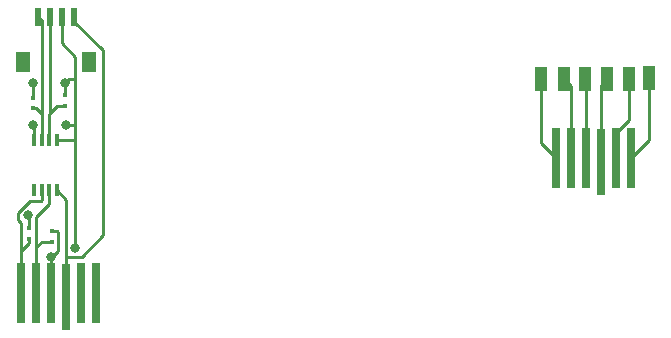
<source format=gbr>
%TF.GenerationSoftware,KiCad,Pcbnew,7.0.10*%
%TF.CreationDate,2024-04-30T13:39:10-04:00*%
%TF.ProjectId,Lego Connector 2,4c65676f-2043-46f6-9e6e-6563746f7220,rev?*%
%TF.SameCoordinates,Original*%
%TF.FileFunction,Copper,L1,Top*%
%TF.FilePolarity,Positive*%
%FSLAX46Y46*%
G04 Gerber Fmt 4.6, Leading zero omitted, Abs format (unit mm)*
G04 Created by KiCad (PCBNEW 7.0.10) date 2024-04-30 13:39:10*
%MOMM*%
%LPD*%
G01*
G04 APERTURE LIST*
%TA.AperFunction,SMDPad,CuDef*%
%ADD10R,1.000000X2.000000*%
%TD*%
%TA.AperFunction,SMDPad,CuDef*%
%ADD11R,0.787000X5.055000*%
%TD*%
%TA.AperFunction,SMDPad,CuDef*%
%ADD12R,0.787400X5.613400*%
%TD*%
%TA.AperFunction,SMDPad,CuDef*%
%ADD13R,1.193800X1.803400*%
%TD*%
%TA.AperFunction,SMDPad,CuDef*%
%ADD14R,0.609600X1.549400*%
%TD*%
%TA.AperFunction,SMDPad,CuDef*%
%ADD15R,0.457200X0.457200*%
%TD*%
%TA.AperFunction,SMDPad,CuDef*%
%ADD16R,0.381000X1.117600*%
%TD*%
%TA.AperFunction,ViaPad*%
%ADD17C,0.800000*%
%TD*%
%TA.AperFunction,Conductor*%
%ADD18C,0.250000*%
%TD*%
G04 APERTURE END LIST*
D10*
%TO.P,H10,1,1*%
%TO.N,Net-(H10-Pad1)*%
X129521992Y-67281738D03*
%TD*%
%TO.P,H9,1,1*%
%TO.N,Net-(H9-Pad1)*%
X127691992Y-67301738D03*
%TD*%
%TO.P,H7,1,1*%
%TO.N,Net-(H7-Pad1)*%
X124001992Y-67301738D03*
%TD*%
%TO.P,H,1,1*%
%TO.N,Net-(H8-Pad1)*%
X122081992Y-67301738D03*
%TD*%
%TO.P,H12,1,1*%
%TO.N,Net-(H12-Pad1)*%
X131221992Y-67271738D03*
%TD*%
%TO.P,H11,1,1*%
%TO.N,Net-(H11-Pad1)*%
X125831992Y-67331738D03*
%TD*%
D11*
%TO.P,U2,6*%
%TO.N,Net-(H12-Pad1)*%
X129691602Y-74035238D03*
%TO.P,U2,5*%
%TO.N,Net-(H10-Pad1)*%
X128421602Y-74035238D03*
D12*
%TO.P,U2,4*%
%TO.N,Net-(H9-Pad1)*%
X127151802Y-74314438D03*
D11*
%TO.P,U2,3*%
%TO.N,Net-(H11-Pad1)*%
X125881602Y-74035238D03*
%TO.P,U2,2*%
%TO.N,Net-(H7-Pad1)*%
X124611602Y-74035238D03*
%TO.P,U2,1*%
%TO.N,Net-(H8-Pad1)*%
X123341602Y-74035238D03*
%TD*%
D13*
%TO.P,J1,6*%
%TO.N,N/C*%
X83809999Y-65905001D03*
%TO.P,J1,5*%
X78210001Y-65905001D03*
D14*
%TO.P,J1,4,4*%
%TO.N,Net-(U2-GND)*%
X82510000Y-62030000D03*
%TO.P,J1,3,3*%
%TO.N,Net-(U2-EN)*%
X81509999Y-62030000D03*
%TO.P,J1,2,2*%
%TO.N,Net-(U2-SDA1)*%
X80510001Y-62030000D03*
%TO.P,J1,1,1*%
%TO.N,Net-(U2-SCL1)*%
X79510000Y-62030000D03*
%TD*%
D15*
%TO.P,R4,1*%
%TO.N,Net-(U2-EN)*%
X81780000Y-68705600D03*
%TO.P,R4,2*%
%TO.N,Net-(U2-SDA1)*%
X81780000Y-69620000D03*
%TD*%
%TO.P,R3,2*%
%TO.N,Net-(U2-SCL1)*%
X79030000Y-69807200D03*
%TO.P,R3,1*%
%TO.N,Net-(U2-EN)*%
X79030000Y-68892800D03*
%TD*%
%TO.P,R2,1*%
%TO.N,Net-(U2-EN)*%
X80640000Y-80172800D03*
%TO.P,R2,2*%
%TO.N,Net-(U2-SDA0)*%
X80640000Y-81087200D03*
%TD*%
%TO.P,R1,2*%
%TO.N,Net-(U2-SCL0)*%
X78740000Y-80867200D03*
%TO.P,R1,1*%
%TO.N,Net-(U2-EN)*%
X78740000Y-79952800D03*
%TD*%
D16*
%TO.P,U2,1,NC*%
%TO.N,unconnected-(U2-NC-Pad1)*%
X79150002Y-76750000D03*
%TO.P,U2,2,SCL0*%
%TO.N,Net-(U2-SCL0)*%
X79800000Y-76750000D03*
%TO.P,U2,3,SDA0*%
%TO.N,Net-(U2-SDA0)*%
X80450002Y-76750000D03*
%TO.P,U2,4,GND*%
%TO.N,Net-(U2-GND)*%
X81100000Y-76750000D03*
%TO.P,U2,5,EN*%
%TO.N,Net-(U2-EN)*%
X81100000Y-72508200D03*
%TO.P,U2,6,SDA1*%
%TO.N,Net-(U2-SDA1)*%
X80450002Y-72508200D03*
%TO.P,U2,7,SCL1*%
%TO.N,Net-(U2-SCL1)*%
X79800000Y-72508200D03*
%TO.P,U2,8,VCC*%
%TO.N,Net-(U2-EN)*%
X79150002Y-72508200D03*
%TD*%
D11*
%TO.P,U1,6*%
%TO.N,unconnected-(U1-Pad6)*%
X84429178Y-85479207D03*
%TO.P,U1,5*%
%TO.N,unconnected-(U1-Pad5)*%
X83159178Y-85479207D03*
D12*
%TO.P,U1,4*%
%TO.N,Net-(U2-GND)*%
X81889378Y-85758407D03*
D11*
%TO.P,U1,3*%
%TO.N,Net-(U2-EN)*%
X80619178Y-85479207D03*
%TO.P,U1,2*%
%TO.N,Net-(U2-SDA0)*%
X79349178Y-85479207D03*
%TO.P,U1,1*%
%TO.N,Net-(U2-SCL0)*%
X78079178Y-85479207D03*
%TD*%
D17*
%TO.N,Net-(U2-EN)*%
X81780000Y-67640000D03*
X79030000Y-67640000D03*
X79075000Y-71200000D03*
X81840000Y-71220000D03*
X82650000Y-81625000D03*
X80619178Y-82390000D03*
X78637748Y-78851201D03*
%TD*%
D18*
%TO.N,Net-(U2-GND)*%
X84951899Y-80568101D02*
X84951899Y-64898301D01*
X84951899Y-64898301D02*
X82510000Y-62456402D01*
X82510000Y-62456402D02*
X82510000Y-62030000D01*
%TO.N,Net-(U2-EN)*%
X82650000Y-65430000D02*
X81509999Y-64289999D01*
X81509999Y-64289999D02*
X81509999Y-62030000D01*
%TO.N,Net-(U2-SDA1)*%
X80530002Y-70198200D02*
X80510001Y-70178199D01*
X80510001Y-70178199D02*
X80510001Y-62030000D01*
%TO.N,Net-(U2-SCL1)*%
X79800000Y-70278200D02*
X79800000Y-62320000D01*
X79800000Y-62320000D02*
X79510000Y-62030000D01*
%TO.N,Net-(U2-EN)*%
X81780000Y-67640000D02*
X82080000Y-67340000D01*
X82080000Y-67340000D02*
X82650000Y-67340000D01*
X79030000Y-67640000D02*
X79030000Y-68892800D01*
X81780000Y-67640000D02*
X81780000Y-68705600D01*
%TO.N,Net-(U2-SCL1)*%
X79030000Y-69807200D02*
X79329000Y-69807200D01*
X79329000Y-69807200D02*
X79800000Y-70278200D01*
%TO.N,Net-(U2-SDA1)*%
X80450002Y-70278200D02*
X81108202Y-69620000D01*
X81108202Y-69620000D02*
X81780000Y-69620000D01*
%TO.N,Net-(U2-EN)*%
X82650000Y-81625000D02*
X82650000Y-72510000D01*
X82648200Y-72508200D02*
X82650000Y-72510000D01*
X82650000Y-72510000D02*
X82650000Y-71300000D01*
X81100000Y-72508200D02*
X82648200Y-72508200D01*
X81840000Y-71220000D02*
X82570000Y-71220000D01*
X82650000Y-71300000D02*
X82650000Y-70210000D01*
X82570000Y-71220000D02*
X82650000Y-71300000D01*
X79075000Y-71200000D02*
X79150002Y-71275002D01*
X79150002Y-71275002D02*
X79150002Y-72508200D01*
%TO.N,Net-(U2-SDA1)*%
X80530002Y-70198200D02*
X80450002Y-70278200D01*
X80450002Y-70278200D02*
X80450002Y-72508200D01*
%TO.N,Net-(U2-SCL1)*%
X79800000Y-70278200D02*
X79800000Y-72508200D01*
%TO.N,Net-(U2-GND)*%
X81889378Y-85758407D02*
X81889378Y-77539378D01*
X81889378Y-77539378D02*
X81100000Y-76750000D01*
%TO.N,Net-(U2-SDA0)*%
X79349178Y-81530000D02*
X79349178Y-78990822D01*
X79349178Y-78990822D02*
X80450002Y-77889998D01*
X80450002Y-77889998D02*
X80450002Y-76750000D01*
%TO.N,Net-(U2-SCL0)*%
X78079178Y-79490000D02*
X77820000Y-79230822D01*
X79725000Y-77633800D02*
X79800000Y-77558800D01*
X78829844Y-77633800D02*
X79725000Y-77633800D01*
X77820000Y-79230822D02*
X77820000Y-78643644D01*
X77820000Y-78643644D02*
X78829844Y-77633800D01*
X78079178Y-81860000D02*
X78079178Y-79490000D01*
X79800000Y-77558800D02*
X79800000Y-76750000D01*
%TO.N,Net-(U2-EN)*%
X78740000Y-78953453D02*
X78740000Y-79952800D01*
X78637748Y-78851201D02*
X78740000Y-78953453D01*
%TO.N,Net-(U2-SCL0)*%
X78079178Y-85479207D02*
X78079178Y-81860000D01*
X78740000Y-80867200D02*
X78740000Y-81199178D01*
X78740000Y-81199178D02*
X78079178Y-81860000D01*
%TO.N,Net-(U2-EN)*%
X80619178Y-82390000D02*
X80680000Y-82390000D01*
X81193600Y-80247800D02*
X81118600Y-80172800D01*
X80680000Y-82390000D02*
X81193600Y-81876400D01*
X81193600Y-81876400D02*
X81193600Y-80247800D01*
X81118600Y-80172800D02*
X80640000Y-80172800D01*
%TO.N,Net-(U2-SDA0)*%
X79349178Y-85479207D02*
X79349178Y-81530000D01*
X79349178Y-81530000D02*
X79791978Y-81087200D01*
X79791978Y-81087200D02*
X80640000Y-81087200D01*
%TO.N,Net-(U2-EN)*%
X80619178Y-82390000D02*
X80619178Y-85479207D01*
%TO.N,Net-(H12-Pad1)*%
X129691602Y-74035238D02*
X131221992Y-72504848D01*
%TO.N,Net-(H10-Pad1)*%
X128421602Y-74035238D02*
X128421602Y-71901238D01*
%TO.N,Net-(H12-Pad1)*%
X131221992Y-72504848D02*
X131221992Y-67271738D01*
%TO.N,Net-(H7-Pad1)*%
X124611602Y-74035238D02*
X124611602Y-67911348D01*
%TO.N,Net-(H11-Pad1)*%
X125881602Y-74035238D02*
X125881602Y-67381348D01*
%TO.N,Net-(H9-Pad1)*%
X127151802Y-67841928D02*
X127691992Y-67301738D01*
%TO.N,Net-(H8-Pad1)*%
X123341602Y-74035238D02*
X122081992Y-72775628D01*
%TO.N,Net-(H7-Pad1)*%
X124611602Y-67911348D02*
X124001992Y-67301738D01*
%TO.N,Net-(H10-Pad1)*%
X128421602Y-71901238D02*
X129521992Y-70800848D01*
X129521992Y-70800848D02*
X129521992Y-67281738D01*
%TO.N,Net-(H8-Pad1)*%
X122081992Y-72775628D02*
X122081992Y-67301738D01*
%TO.N,Net-(H9-Pad1)*%
X127151802Y-74314438D02*
X127151802Y-67841928D01*
%TO.N,Net-(H11-Pad1)*%
X125881602Y-67381348D02*
X125831992Y-67331738D01*
%TO.N,Net-(U2-GND)*%
X81889378Y-82350000D02*
X83170000Y-82350000D01*
X83170000Y-82350000D02*
X84951899Y-80568101D01*
%TO.N,Net-(U2-EN)*%
X82650000Y-65430000D02*
X82650000Y-67340000D01*
X82650000Y-70210000D02*
X82650000Y-68638330D01*
X82638200Y-70198200D02*
X82650000Y-70210000D01*
X82650000Y-68638330D02*
X82650000Y-65430000D01*
%TD*%
M02*

</source>
